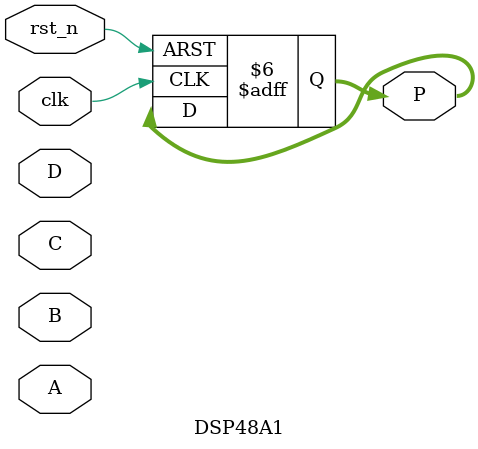
<source format=v>
module DSP48A1 (
    input  [17:0] A,     
    input  [17:0] B,     
    input  [47:0] C,     
    input  [17:0] D,     
    input  clk,         
    input  rst_n,    
    output reg [47:0] P  
);
parameter OPERATION = "ADD"; // Default operation is ADD

reg  [17:0] A_F1, A_F2;      
reg  [17:0] B_F1;     
reg  [47:0] C_F1;     
reg  [17:0] D_F1;
reg  [17:0] add_a_b, add_a_b_F2;


always @(posedge clk, negedge rst_n) begin
    if(~rst_n)begin
        P <= 0;
        A_F1 <= 0;
        B_F1 <= 0;
        C_F1 <= 0;
        D_F1 <= 0;
    end
    else begin
        A_F1 <= A;
        B_F1 <= B;
        C_F1 <= C;
        D_F1 <= D;

        add_a_b = (OPERATION == "ADD")? (B_F1 + D_F1): (B_F1 - D_F1);
        
        A_F2 <= A_F1;
        add_a_b_F2 <= add_a_b;

        multiplier_out <= add_a_b_F2 * A_F2;
        multiplier_out_F3 <= multiplier_out;

        Final_add = (OPERATION == "ADD")? (multiplier_out_F3 + C_F1): (multiplier_out_F3 - C_F1);
        p <= Final_add;
    end
end

endmodule
</source>
